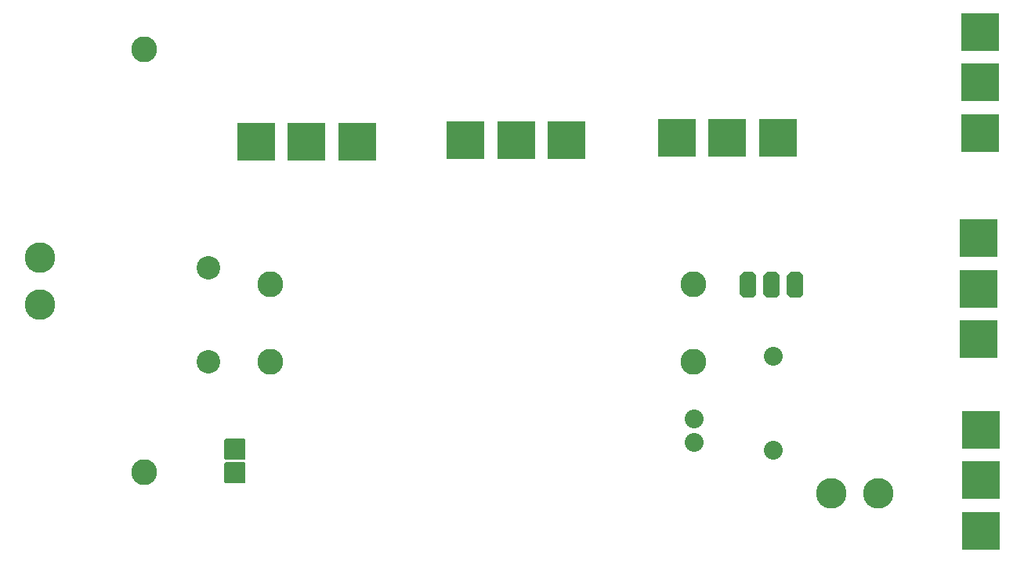
<source format=gbr>
G04 PROTEUS GERBER X2 FILE*
%TF.GenerationSoftware,Labcenter,Proteus,8.13-SP0-Build31525*%
%TF.CreationDate,2025-01-18T14:33:54+00:00*%
%TF.FileFunction,Soldermask,Top*%
%TF.FilePolarity,Negative*%
%TF.Part,Single*%
%TF.SameCoordinates,{d9d58708-2b01-4210-ba30-9eb4af83a777}*%
%FSLAX45Y45*%
%MOMM*%
G01*
%TA.AperFunction,Material*%
%ADD21C,3.302000*%
%ADD22C,2.540000*%
%AMPPAD015*
4,1,36,
1.143000,1.016000,
1.143000,-1.016000,
1.140470,-1.041970,
1.133200,-1.065980,
1.121650,-1.087580,
1.106290,-1.106290,
1.087570,-1.121650,
1.065980,-1.133200,
1.041970,-1.140470,
1.016000,-1.143000,
-1.016000,-1.143000,
-1.041970,-1.140470,
-1.065980,-1.133200,
-1.087570,-1.121650,
-1.106290,-1.106290,
-1.121650,-1.087580,
-1.133200,-1.065980,
-1.140470,-1.041970,
-1.143000,-1.016000,
-1.143000,1.016000,
-1.140470,1.041970,
-1.133200,1.065980,
-1.121650,1.087580,
-1.106290,1.106290,
-1.087570,1.121650,
-1.065980,1.133200,
-1.041970,1.140470,
-1.016000,1.143000,
1.016000,1.143000,
1.041970,1.140470,
1.065980,1.133200,
1.087570,1.121650,
1.106290,1.106290,
1.121650,1.087580,
1.133200,1.065980,
1.140470,1.041970,
1.143000,1.016000,
0*%
%ADD23PPAD015*%
%ADD24C,2.794000*%
%ADD25C,2.032000*%
%AMPPAD018*
4,1,8,
-0.509800,1.397000,
0.509800,1.397000,
0.889000,1.017800,
0.889000,-1.017800,
0.509800,-1.397000,
-0.509800,-1.397000,
-0.889000,-1.017800,
-0.889000,1.017800,
-0.509800,1.397000,
0*%
%TA.AperFunction,Material*%
%ADD26PPAD018*%
%AMPPAD019*
4,1,36,
-1.905000,2.032000,
1.905000,2.032000,
1.930970,2.029470,
1.954980,2.022200,
1.976580,2.010650,
1.995290,1.995290,
2.010650,1.976570,
2.022200,1.954980,
2.029470,1.930970,
2.032000,1.905000,
2.032000,-1.905000,
2.029470,-1.930970,
2.022200,-1.954980,
2.010650,-1.976570,
1.995290,-1.995290,
1.976580,-2.010650,
1.954980,-2.022200,
1.930970,-2.029470,
1.905000,-2.032000,
-1.905000,-2.032000,
-1.930970,-2.029470,
-1.954980,-2.022200,
-1.976580,-2.010650,
-1.995290,-1.995290,
-2.010650,-1.976570,
-2.022200,-1.954980,
-2.029470,-1.930970,
-2.032000,-1.905000,
-2.032000,1.905000,
-2.029470,1.930970,
-2.022200,1.954980,
-2.010650,1.976570,
-1.995290,1.995290,
-1.976580,2.010650,
-1.954980,2.022200,
-1.930970,2.029470,
-1.905000,2.032000,
0*%
%ADD27PPAD019*%
%AMPPAD020*
4,1,36,
2.032000,1.905000,
2.032000,-1.905000,
2.029470,-1.930970,
2.022200,-1.954980,
2.010650,-1.976580,
1.995290,-1.995290,
1.976570,-2.010650,
1.954980,-2.022200,
1.930970,-2.029470,
1.905000,-2.032000,
-1.905000,-2.032000,
-1.930970,-2.029470,
-1.954980,-2.022200,
-1.976570,-2.010650,
-1.995290,-1.995290,
-2.010650,-1.976580,
-2.022200,-1.954980,
-2.029470,-1.930970,
-2.032000,-1.905000,
-2.032000,1.905000,
-2.029470,1.930970,
-2.022200,1.954980,
-2.010650,1.976580,
-1.995290,1.995290,
-1.976570,2.010650,
-1.954980,2.022200,
-1.930970,2.029470,
-1.905000,2.032000,
1.905000,2.032000,
1.930970,2.029470,
1.954980,2.022200,
1.976570,2.010650,
1.995290,1.995290,
2.010650,1.976580,
2.022200,1.954980,
2.029470,1.930970,
2.032000,1.905000,
0*%
%ADD28PPAD020*%
%TD.AperFunction*%
D21*
X+880000Y+3306548D03*
X+880000Y+2798548D03*
D22*
X+2700000Y+2180548D03*
X+2700000Y+3196548D03*
D23*
X+2990000Y+1226548D03*
X+2990000Y+972548D03*
D24*
X+2010000Y+986548D03*
X+2010000Y+5558548D03*
X+3370000Y+3016548D03*
X+7942000Y+3016548D03*
X+3370000Y+2176548D03*
X+7942000Y+2176548D03*
D25*
X+7950000Y+1302548D03*
X+7950000Y+1556548D03*
D26*
X+8536000Y+3006548D03*
X+8790000Y+3006548D03*
X+9044000Y+3006548D03*
D25*
X+8810000Y+1220548D03*
X+8810000Y+2236548D03*
D27*
X+3217800Y+4556548D03*
X+3763900Y+4556548D03*
X+4310000Y+4556548D03*
X+5483900Y+4576548D03*
X+6030000Y+4576548D03*
X+6576100Y+4576548D03*
X+7763900Y+4596548D03*
X+8310000Y+4596548D03*
X+8856100Y+4596548D03*
D28*
X+11040000Y+5742648D03*
X+11040000Y+5196548D03*
X+11040000Y+4650448D03*
X+11030000Y+3512648D03*
X+11030000Y+2966548D03*
X+11030000Y+2420448D03*
X+11050000Y+1442648D03*
X+11050000Y+896548D03*
X+11050000Y+350448D03*
D21*
X+9940000Y+756548D03*
X+9432000Y+756548D03*
M02*

</source>
